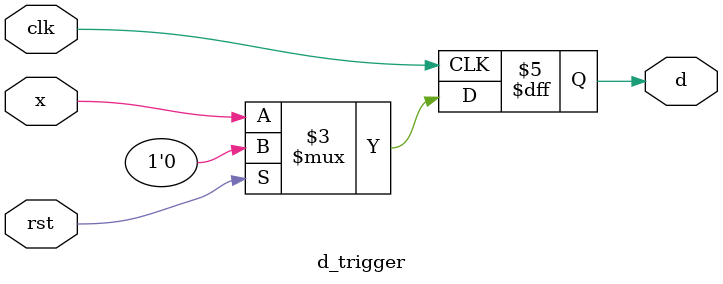
<source format=v>
`timescale 1ns / 1ps


module d_trigger (
    input x,
    input clk,
    input rst,
    output reg d 
);
always@(posedge clk)begin
    if(rst) d <= 0;
    else d <= x;
end
endmodule
</source>
